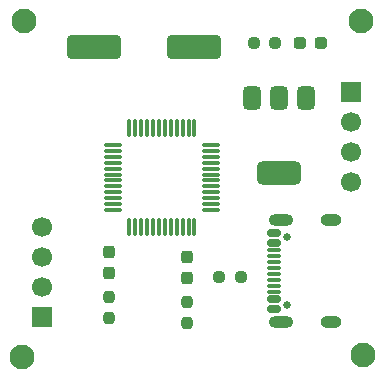
<source format=gbr>
%TF.GenerationSoftware,KiCad,Pcbnew,9.0.7*%
%TF.CreationDate,2026-02-20T00:12:31+05:30*%
%TF.ProjectId,breakout_board,62726561-6b6f-4757-945f-626f6172642e,rev?*%
%TF.SameCoordinates,Original*%
%TF.FileFunction,Soldermask,Bot*%
%TF.FilePolarity,Negative*%
%FSLAX46Y46*%
G04 Gerber Fmt 4.6, Leading zero omitted, Abs format (unit mm)*
G04 Created by KiCad (PCBNEW 9.0.7) date 2026-02-20 00:12:31*
%MOMM*%
%LPD*%
G01*
G04 APERTURE LIST*
G04 Aperture macros list*
%AMRoundRect*
0 Rectangle with rounded corners*
0 $1 Rounding radius*
0 $2 $3 $4 $5 $6 $7 $8 $9 X,Y pos of 4 corners*
0 Add a 4 corners polygon primitive as box body*
4,1,4,$2,$3,$4,$5,$6,$7,$8,$9,$2,$3,0*
0 Add four circle primitives for the rounded corners*
1,1,$1+$1,$2,$3*
1,1,$1+$1,$4,$5*
1,1,$1+$1,$6,$7*
1,1,$1+$1,$8,$9*
0 Add four rect primitives between the rounded corners*
20,1,$1+$1,$2,$3,$4,$5,0*
20,1,$1+$1,$4,$5,$6,$7,0*
20,1,$1+$1,$6,$7,$8,$9,0*
20,1,$1+$1,$8,$9,$2,$3,0*%
G04 Aperture macros list end*
%ADD10RoundRect,0.250000X-2.000000X-0.750000X2.000000X-0.750000X2.000000X0.750000X-2.000000X0.750000X0*%
%ADD11C,2.100000*%
%ADD12C,0.650000*%
%ADD13RoundRect,0.150000X-0.425000X0.150000X-0.425000X-0.150000X0.425000X-0.150000X0.425000X0.150000X0*%
%ADD14RoundRect,0.075000X-0.500000X0.075000X-0.500000X-0.075000X0.500000X-0.075000X0.500000X0.075000X0*%
%ADD15O,1.800000X1.000000*%
%ADD16O,2.100000X1.000000*%
%ADD17RoundRect,0.237500X-0.237500X0.287500X-0.237500X-0.287500X0.237500X-0.287500X0.237500X0.287500X0*%
%ADD18RoundRect,0.237500X-0.237500X0.250000X-0.237500X-0.250000X0.237500X-0.250000X0.237500X0.250000X0*%
%ADD19R,1.700000X1.700000*%
%ADD20C,1.700000*%
%ADD21RoundRect,0.237500X0.237500X-0.287500X0.237500X0.287500X-0.237500X0.287500X-0.237500X-0.287500X0*%
%ADD22RoundRect,0.075000X-0.662500X-0.075000X0.662500X-0.075000X0.662500X0.075000X-0.662500X0.075000X0*%
%ADD23RoundRect,0.075000X-0.075000X-0.662500X0.075000X-0.662500X0.075000X0.662500X-0.075000X0.662500X0*%
%ADD24RoundRect,0.237500X0.250000X0.237500X-0.250000X0.237500X-0.250000X-0.237500X0.250000X-0.237500X0*%
%ADD25RoundRect,0.237500X0.237500X-0.250000X0.237500X0.250000X-0.237500X0.250000X-0.237500X-0.250000X0*%
%ADD26RoundRect,0.237500X0.287500X0.237500X-0.287500X0.237500X-0.287500X-0.237500X0.287500X-0.237500X0*%
%ADD27RoundRect,0.375000X-0.375000X0.625000X-0.375000X-0.625000X0.375000X-0.625000X0.375000X0.625000X0*%
%ADD28RoundRect,0.500000X-1.400000X0.500000X-1.400000X-0.500000X1.400000X-0.500000X1.400000X0.500000X0*%
G04 APERTURE END LIST*
D10*
%TO.C,Oscillator*%
X125741100Y-68199000D03*
X134241100Y-68199000D03*
%TD*%
D11*
%TO.C,H1*%
X148336000Y-66014600D03*
%TD*%
%TO.C,H2*%
X148513800Y-94234000D03*
%TD*%
%TO.C,H3*%
X119634000Y-94386400D03*
%TD*%
%TO.C,H4*%
X119811800Y-66014600D03*
%TD*%
D12*
%TO.C,J3*%
X142124200Y-84257400D03*
X142124200Y-90037400D03*
D13*
X141049200Y-83947400D03*
X141049200Y-84747400D03*
D14*
X141049200Y-85897400D03*
X141049200Y-86897400D03*
X141049200Y-87397400D03*
X141049200Y-88397400D03*
D13*
X141049200Y-89547400D03*
X141049200Y-90347400D03*
X141049200Y-90347400D03*
X141049200Y-89547400D03*
D14*
X141049200Y-88897400D03*
X141049200Y-87897400D03*
X141049200Y-86397400D03*
X141049200Y-85397400D03*
D13*
X141049200Y-84747400D03*
X141049200Y-83947400D03*
D15*
X145804200Y-82827400D03*
D16*
X141624200Y-82827400D03*
D15*
X145804200Y-91467400D03*
D16*
X141624200Y-91467400D03*
%TD*%
D17*
%TO.C,D2*%
X133654800Y-87736350D03*
X133654800Y-85986350D03*
%TD*%
D18*
%TO.C,R7*%
X133654800Y-91583850D03*
X133654800Y-89758850D03*
%TD*%
D19*
%TO.C,J2*%
X147523200Y-71983600D03*
D20*
X147523200Y-74523600D03*
X147523200Y-77063600D03*
X147523200Y-79603600D03*
%TD*%
%TO.C,J1*%
X121335800Y-83439000D03*
X121335800Y-85979000D03*
X121335800Y-88519000D03*
D19*
X121335800Y-91059000D03*
%TD*%
D21*
%TO.C,D1*%
X127025400Y-87283900D03*
X127025400Y-85533900D03*
%TD*%
D22*
%TO.C,U1*%
X127358700Y-81972600D03*
X127358700Y-81472600D03*
X127358700Y-80972600D03*
X127358700Y-80472600D03*
X127358700Y-79972600D03*
X127358700Y-79472600D03*
X127358700Y-78972600D03*
X127358700Y-78472600D03*
X127358700Y-77972600D03*
X127358700Y-77472600D03*
X127358700Y-76972600D03*
X127358700Y-76472600D03*
D23*
X128771200Y-75060100D03*
X129271200Y-75060100D03*
X129771200Y-75060100D03*
X130271200Y-75060100D03*
X130771200Y-75060100D03*
X131271200Y-75060100D03*
X131771200Y-75060100D03*
X132271200Y-75060100D03*
X132771200Y-75060100D03*
X133271200Y-75060100D03*
X133771200Y-75060100D03*
X134271200Y-75060100D03*
D22*
X135683700Y-76472600D03*
X135683700Y-76972600D03*
X135683700Y-77472600D03*
X135683700Y-77972600D03*
X135683700Y-78472600D03*
X135683700Y-78972600D03*
X135683700Y-79472600D03*
X135683700Y-79972600D03*
X135683700Y-80472600D03*
X135683700Y-80972600D03*
X135683700Y-81472600D03*
X135683700Y-81972600D03*
D23*
X134271200Y-83385100D03*
X133771200Y-83385100D03*
X133271200Y-83385100D03*
X132771200Y-83385100D03*
X132271200Y-83385100D03*
X131771200Y-83385100D03*
X131271200Y-83385100D03*
X130771200Y-83385100D03*
X130271200Y-83385100D03*
X129771200Y-83385100D03*
X129271200Y-83385100D03*
X128771200Y-83385100D03*
%TD*%
D24*
%TO.C,1k*%
X141120500Y-67818000D03*
X139295500Y-67818000D03*
%TD*%
D25*
%TO.C,1k*%
X127025400Y-91131400D03*
X127025400Y-89306400D03*
%TD*%
D26*
%TO.C,LED*%
X144969200Y-67818000D03*
X143219200Y-67818000D03*
%TD*%
D24*
%TO.C,1k5*%
X136374500Y-87655400D03*
X138199500Y-87655400D03*
%TD*%
D27*
%TO.C,AMS1117*%
X139152600Y-72516600D03*
X141452600Y-72516600D03*
D28*
X141452600Y-78816600D03*
D27*
X143752600Y-72516600D03*
%TD*%
M02*

</source>
